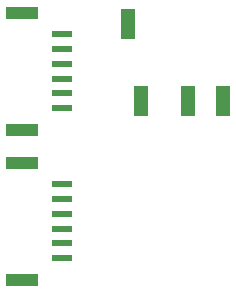
<source format=gbr>
G04 #@! TF.GenerationSoftware,KiCad,Pcbnew,(5.0.0)*
G04 #@! TF.CreationDate,2019-01-08T20:03:17-05:00*
G04 #@! TF.ProjectId,Headphone Breakout,4865616470686F6E6520427265616B6F,rev?*
G04 #@! TF.SameCoordinates,Original*
G04 #@! TF.FileFunction,Paste,Top*
G04 #@! TF.FilePolarity,Positive*
%FSLAX46Y46*%
G04 Gerber Fmt 4.6, Leading zero omitted, Abs format (unit mm)*
G04 Created by KiCad (PCBNEW (5.0.0)) date 01/08/19 20:03:17*
%MOMM*%
%LPD*%
G01*
G04 APERTURE LIST*
%ADD10R,1.700000X0.600000*%
%ADD11R,2.800000X1.000000*%
%ADD12R,1.200000X2.500000*%
G04 APERTURE END LIST*
D10*
G04 #@! TO.C,J1*
X123870000Y-100915000D03*
X123870000Y-99665000D03*
X123870000Y-98415000D03*
X123870000Y-97165000D03*
X123870000Y-95915000D03*
X123870000Y-94665000D03*
D11*
X120520000Y-102765000D03*
X120520000Y-92815000D03*
G04 #@! TD*
D10*
G04 #@! TO.C,J2*
X123870000Y-88215000D03*
X123870000Y-86965000D03*
X123870000Y-85715000D03*
X123870000Y-84465000D03*
X123870000Y-83215000D03*
X123870000Y-81965000D03*
D11*
X120520000Y-90065000D03*
X120520000Y-80115000D03*
G04 #@! TD*
D12*
G04 #@! TO.C,J3*
X129441000Y-81078000D03*
X130541000Y-87578000D03*
X134541000Y-87578000D03*
X137541000Y-87578000D03*
G04 #@! TD*
M02*

</source>
